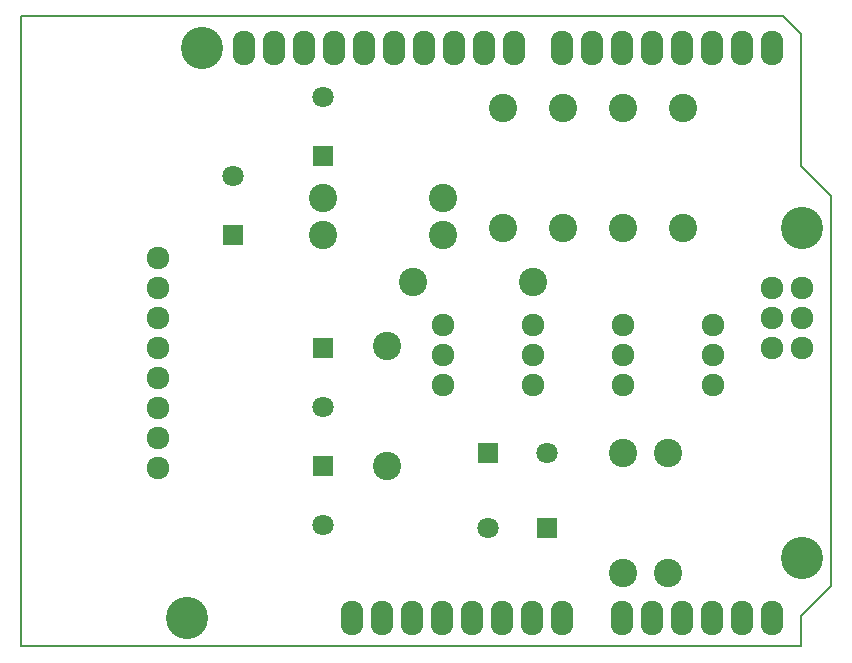
<source format=gbr>
G04 #@! TF.FileFunction,Soldermask,Bot*
%FSLAX46Y46*%
G04 Gerber Fmt 4.6, Leading zero omitted, Abs format (unit mm)*
G04 Created by KiCad (PCBNEW 4.0.5) date Tue Feb 28 17:38:33 2017*
%MOMM*%
%LPD*%
G01*
G04 APERTURE LIST*
%ADD10C,0.100000*%
%ADD11C,0.150000*%
%ADD12O,1.924000X2.940000*%
%ADD13C,3.575000*%
%ADD14C,1.924000*%
%ADD15R,1.800000X1.800000*%
%ADD16C,1.800000*%
%ADD17C,2.398980*%
%ADD18O,1.924000X1.924000*%
G04 APERTURE END LIST*
D10*
D11*
X183388000Y-81788000D02*
X185928000Y-84328000D01*
X183388000Y-70612000D02*
X183388000Y-81788000D01*
X181864000Y-69088000D02*
X183388000Y-70612000D01*
X117348000Y-69088000D02*
X181864000Y-69088000D01*
X117348000Y-122428000D02*
X117348000Y-69088000D01*
X183388000Y-122428000D02*
X117348000Y-122428000D01*
X183388000Y-119888000D02*
X183388000Y-122428000D01*
X185928000Y-117348000D02*
X183388000Y-119888000D01*
X185928000Y-84328000D02*
X185928000Y-117348000D01*
D12*
X180886100Y-120015000D03*
X178346100Y-120015000D03*
X175806100Y-120015000D03*
X168186100Y-120015000D03*
X170726100Y-120015000D03*
X173266100Y-120015000D03*
X163106100Y-120015000D03*
X160566100Y-120015000D03*
X158026100Y-120015000D03*
X152946100Y-120015000D03*
X150406100Y-120015000D03*
X180886100Y-71755000D03*
X178346100Y-71755000D03*
X175806100Y-71755000D03*
X173266100Y-71755000D03*
X170726100Y-71755000D03*
X168186100Y-71755000D03*
X165646100Y-71755000D03*
X163106100Y-71755000D03*
X159042100Y-71755000D03*
X156502100Y-71755000D03*
X153962100Y-71755000D03*
X151422100Y-71755000D03*
X148882100Y-71755000D03*
X146342100Y-71755000D03*
X143802100Y-71755000D03*
X141262100Y-71755000D03*
X155486100Y-120015000D03*
D13*
X183426100Y-114935000D03*
X183426100Y-86995000D03*
X132626100Y-71755000D03*
X131356100Y-120015000D03*
D12*
X138722100Y-71755000D03*
X136182100Y-71755000D03*
X147866100Y-120015000D03*
X145326100Y-120015000D03*
D14*
X180886100Y-92075000D03*
X183426100Y-92075000D03*
X180886100Y-94615000D03*
X183426100Y-94615000D03*
X180886100Y-97155000D03*
X183426100Y-97155000D03*
D15*
X161845000Y-112395000D03*
D16*
X156845000Y-112395000D03*
D15*
X156845000Y-106045000D03*
D16*
X161845000Y-106045000D03*
D15*
X142875000Y-107188000D03*
D16*
X142875000Y-112188000D03*
D15*
X142875000Y-97155000D03*
D16*
X142875000Y-102155000D03*
D15*
X135255000Y-87630000D03*
D16*
X135255000Y-82630000D03*
D15*
X142875000Y-80899000D03*
D16*
X142875000Y-75899000D03*
D14*
X153035000Y-97790000D03*
X153035000Y-100330000D03*
X153035000Y-95250000D03*
X160655000Y-97790000D03*
X160655000Y-100330000D03*
X160655000Y-95250000D03*
X168275000Y-97790000D03*
X168275000Y-100330000D03*
X168275000Y-95250000D03*
X175895000Y-97790000D03*
X175895000Y-100330000D03*
X175895000Y-95250000D03*
D17*
X172085000Y-106045000D03*
X172085000Y-116205000D03*
X168275000Y-106045000D03*
X168275000Y-116205000D03*
X158115000Y-86995000D03*
X158115000Y-76835000D03*
X163195000Y-86995000D03*
X163195000Y-76835000D03*
X168275000Y-86995000D03*
X168275000Y-76835000D03*
X173355000Y-86995000D03*
X173355000Y-76835000D03*
X148336000Y-107188000D03*
X148336000Y-97028000D03*
X150495000Y-91567000D03*
X160655000Y-91567000D03*
X142875000Y-87630000D03*
X153035000Y-87630000D03*
X142875000Y-84455000D03*
X153035000Y-84455000D03*
D18*
X128905000Y-89535000D03*
X128905000Y-92075000D03*
X128905000Y-94615000D03*
X128905000Y-97155000D03*
X128905000Y-99695000D03*
X128905000Y-102235000D03*
X128905000Y-104775000D03*
X128905000Y-107315000D03*
M02*

</source>
